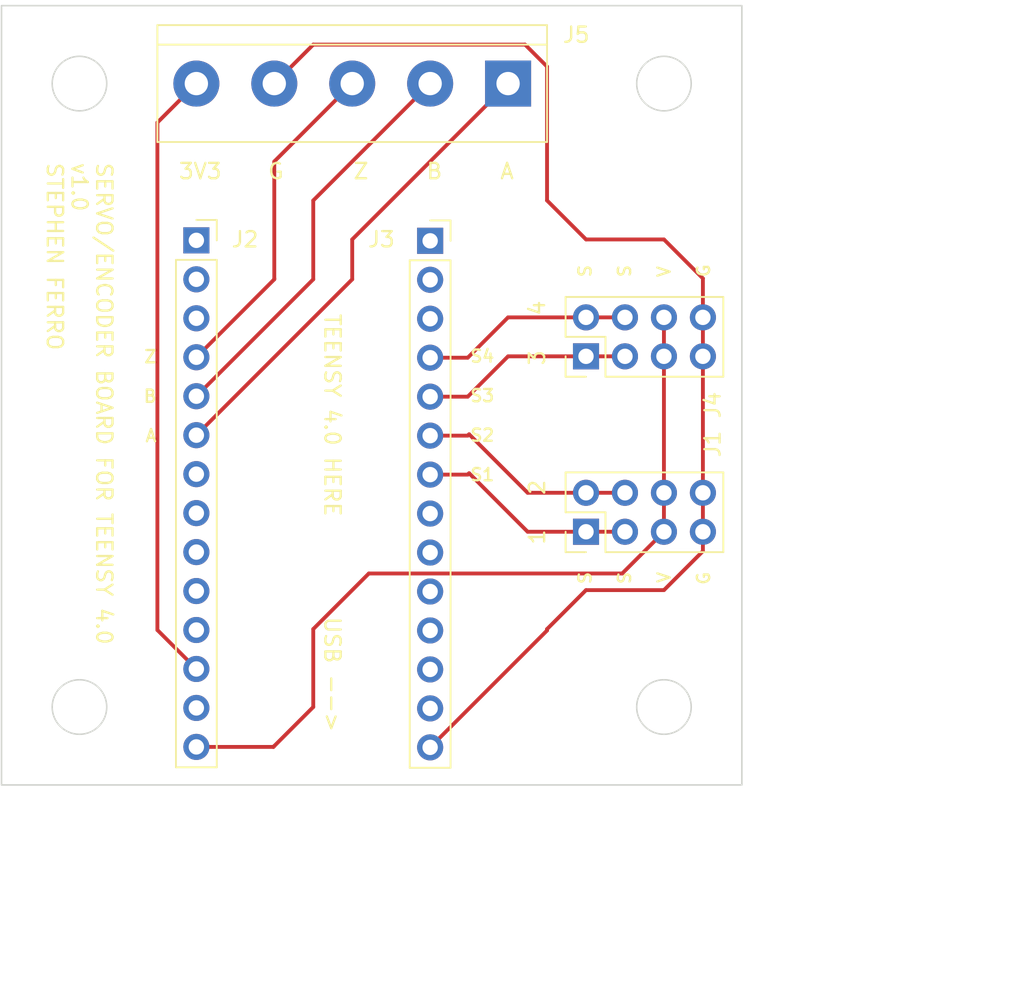
<source format=kicad_pcb>
(kicad_pcb (version 20211014) (generator pcbnew)
  (layers (0 "F.Cu" signal) (31 "B.Cu" signal) (34 "B.Paste" user) (35 "F.Paste" user) (36 "B.SilkS" user "B.Silkscreen") (37 "F.SilkS" user "F.Silkscreen") (38 "B.Mask" user) (39 "F.Mask" user) (44 "Edge.Cuts" user))
  (net 0 "")
  (net 4 "Net-(J2-Pad5)")
  (net 5 "Net-(J2-Pad6)")
  (net 15 "Net-(J4-Pad7)")
  (net 16 "Net-(J4-Pad5)")
  (net 17 "Net-(J1-Pad4)")
  (net 18 "Net-(J1-Pad3)")
  (net 19 "Net-(J2-Pad4)")
  (net 26 "Net-(J4-Pad4)")
  (net 27 "Net-(J4-Pad3)")
  (net 28 "Net-(J2-Pad12)")
  (footprint "Connector_PinHeader_2.54mm:PinHeader_2x04_P2.54mm_Vertical" (layer "F.Cu") (at 106.68 82.555 90)
    (fp_text reference "J1" (at 5.72 8.255 90) (layer "F.SilkS"))
    (fp_text value "Conn_02x04_Top_Bottom")
    (fp_line (start 1.27 1.27) (end 1.27 -1.33) (layer "F.SilkS") (width 0.12))
    (fp_line (start -1.33 1.27) (end 1.27 1.27) (layer "F.SilkS") (width 0.12))
    (fp_line (start 3.87 -1.33) (end 3.87 8.95) (layer "F.SilkS") (width 0.12))
    (fp_line (start 1.27 -1.33) (end 3.87 -1.33) (layer "F.SilkS") (width 0.12))
    (fp_line (start -1.33 -1.33) (end 0 -1.33) (layer "F.SilkS") (width 0.12))
    (fp_line (start -1.33 0) (end -1.33 -1.33) (layer "F.SilkS") (width 0.12))
    (fp_line (start -1.33 8.95) (end 3.87 8.95) (layer "F.SilkS") (width 0.12))
    (fp_line (start -1.33 1.27) (end -1.33 8.95) (layer "F.SilkS") (width 0.12))
    (pad "1" thru_hole rect (at 0 0 90) (size 1.7 1.7) (drill 1) (layers *.Cu *.Mask) (net 18 "Net-(J1-Pad3)"))
    (pad "2" thru_hole oval (at 2.54 0 90) (size 1.7 1.7) (drill 1) (layers *.Cu *.Mask) (net 17 "Net-(J1-Pad4)"))
    (pad "3" thru_hole oval (at 0 2.54 90) (size 1.7 1.7) (drill 1) (layers *.Cu *.Mask) (net 18 "Net-(J1-Pad3)"))
    (pad "4" thru_hole oval (at 2.54 2.54 90) (size 1.7 1.7) (drill 1) (layers *.Cu *.Mask) (net 17 "Net-(J1-Pad4)"))
    (pad "5" thru_hole oval (at 0 5.08 90) (size 1.7 1.7) (drill 1) (layers *.Cu *.Mask) (net 16 "Net-(J4-Pad5)"))
    (pad "6" thru_hole oval (at 2.54 5.08 90) (size 1.7 1.7) (drill 1) (layers *.Cu *.Mask) (net 16 "Net-(J4-Pad5)"))
    (pad "7" thru_hole oval (at 0 7.62 90) (size 1.7 1.7) (drill 1) (layers *.Cu *.Mask) (net 15 "Net-(J4-Pad7)"))
    (pad "8" thru_hole oval (at 2.54 7.62 90) (size 1.7 1.7) (drill 1) (layers *.Cu *.Mask) (net 15 "Net-(J4-Pad7)"))
  )
  (footprint "TerminalBlock:TerminalBlock_bornier-5_P5.08mm" (layer "F.Cu") (at 101.6 53.34 180)
    (fp_text reference "J5" (at -4.445 3.175) (layer "F.SilkS"))
    (fp_text value "Screw_Terminal_01x05")
    (fp_line (start -2.54 -3.81) (end -2.54 3.81) (layer "F.SilkS") (width 0.12))
    (fp_line (start 22.86 -3.81) (end 22.86 3.81) (layer "F.SilkS") (width 0.12))
    (fp_line (start -2.54 3.81) (end 22.86 3.81) (layer "F.SilkS") (width 0.12))
    (fp_line (start -2.54 2.54) (end 22.86 2.54) (layer "F.SilkS") (width 0.12))
    (fp_line (start -2.54 -3.81) (end 22.86 -3.81) (layer "F.SilkS") (width 0.12))
    (pad "1" thru_hole rect (at 0 0 180) (size 3 3) (drill 1.52) (layers *.Cu *.Mask) (net 5 "Net-(J2-Pad6)"))
    (pad "2" thru_hole circle (at 5.08 0 180) (size 3 3) (drill 1.52) (layers *.Cu *.Mask) (net 4 "Net-(J2-Pad5)"))
    (pad "3" thru_hole circle (at 10.16 0 180) (size 3 3) (drill 1.52) (layers *.Cu *.Mask) (net 19 "Net-(J2-Pad4)"))
    (pad "4" thru_hole circle (at 15.24 0 180) (size 3 3) (drill 1.52) (layers *.Cu *.Mask) (net 15 "Net-(J4-Pad7)"))
    (pad "5" thru_hole circle (at 20.32 0 180) (size 3 3) (drill 1.52) (layers *.Cu *.Mask) (net 28 "Net-(J2-Pad12)"))
  )
  (footprint "Connector_PinSocket_2.54mm:PinSocket_1x14_P2.54mm_Vertical" (layer "F.Cu") (at 81.28 63.56)
    (fp_text reference "J2" (at 3.175 -0.06) (layer "F.SilkS"))
    (fp_text value "Conn_01x14")
    (fp_line (start 1.33 -1.33) (end 1.33 0) (layer "F.SilkS") (width 0.12))
    (fp_line (start -1.33 34.35) (end 1.33 34.35) (layer "F.SilkS") (width 0.12))
    (fp_line (start 1.33 1.27) (end 1.33 34.35) (layer "F.SilkS") (width 0.12))
    (fp_line (start 0 -1.33) (end 1.33 -1.33) (layer "F.SilkS") (width 0.12))
    (fp_line (start -1.33 1.27) (end -1.33 34.35) (layer "F.SilkS") (width 0.12))
    (fp_line (start -1.33 1.27) (end 1.33 1.27) (layer "F.SilkS") (width 0.12))
    (pad "1" thru_hole rect (at 0 0) (size 1.7 1.7) (drill 1) (layers *.Cu *.Mask))
    (pad "2" thru_hole oval (at 0 2.54) (size 1.7 1.7) (drill 1) (layers *.Cu *.Mask))
    (pad "3" thru_hole oval (at 0 5.08) (size 1.7 1.7) (drill 1) (layers *.Cu *.Mask))
    (pad "4" thru_hole oval (at 0 7.62) (size 1.7 1.7) (drill 1) (layers *.Cu *.Mask) (net 19 "Net-(J2-Pad4)"))
    (pad "5" thru_hole oval (at 0 10.16) (size 1.7 1.7) (drill 1) (layers *.Cu *.Mask) (net 4 "Net-(J2-Pad5)"))
    (pad "6" thru_hole oval (at 0 12.7) (size 1.7 1.7) (drill 1) (layers *.Cu *.Mask) (net 5 "Net-(J2-Pad6)"))
    (pad "7" thru_hole oval (at 0 15.24) (size 1.7 1.7) (drill 1) (layers *.Cu *.Mask))
    (pad "8" thru_hole oval (at 0 17.78) (size 1.7 1.7) (drill 1) (layers *.Cu *.Mask))
    (pad "9" thru_hole oval (at 0 20.32) (size 1.7 1.7) (drill 1) (layers *.Cu *.Mask))
    (pad "10" thru_hole oval (at 0 22.86) (size 1.7 1.7) (drill 1) (layers *.Cu *.Mask))
    (pad "11" thru_hole oval (at 0 25.4) (size 1.7 1.7) (drill 1) (layers *.Cu *.Mask))
    (pad "12" thru_hole oval (at 0 27.94) (size 1.7 1.7) (drill 1) (layers *.Cu *.Mask) (net 28 "Net-(J2-Pad12)"))
    (pad "13" thru_hole oval (at 0 30.48) (size 1.7 1.7) (drill 1) (layers *.Cu *.Mask))
    (pad "14" thru_hole oval (at 0 33.02) (size 1.7 1.7) (drill 1) (layers *.Cu *.Mask) (net 16 "Net-(J4-Pad5)"))
  )
  (footprint "Connector_PinHeader_2.54mm:PinHeader_2x04_P2.54mm_Vertical" (layer "F.Cu") (at 106.68 71.12 90)
    (fp_text reference "J4" (at -3.175 8.255 90) (layer "F.SilkS"))
    (fp_text value "Conn_02x04_Top_Bottom")
    (fp_line (start -1.33 1.27) (end 1.27 1.27) (layer "F.SilkS") (width 0.12))
    (fp_line (start 1.27 1.27) (end 1.27 -1.33) (layer "F.SilkS") (width 0.12))
    (fp_line (start -1.33 8.95) (end 3.87 8.95) (layer "F.SilkS") (width 0.12))
    (fp_line (start -1.33 1.27) (end -1.33 8.95) (layer "F.SilkS") (width 0.12))
    (fp_line (start -1.33 0) (end -1.33 -1.33) (layer "F.SilkS") (width 0.12))
    (fp_line (start 3.87 -1.33) (end 3.87 8.95) (layer "F.SilkS") (width 0.12))
    (fp_line (start 1.27 -1.33) (end 3.87 -1.33) (layer "F.SilkS") (width 0.12))
    (fp_line (start -1.33 -1.33) (end 0 -1.33) (layer "F.SilkS") (width 0.12))
    (pad "1" thru_hole rect (at 0 0 90) (size 1.7 1.7) (drill 1) (layers *.Cu *.Mask) (net 27 "Net-(J4-Pad3)"))
    (pad "2" thru_hole oval (at 2.54 0 90) (size 1.7 1.7) (drill 1) (layers *.Cu *.Mask) (net 26 "Net-(J4-Pad4)"))
    (pad "3" thru_hole oval (at 0 2.54 90) (size 1.7 1.7) (drill 1) (layers *.Cu *.Mask) (net 27 "Net-(J4-Pad3)"))
    (pad "4" thru_hole oval (at 2.54 2.54 90) (size 1.7 1.7) (drill 1) (layers *.Cu *.Mask) (net 26 "Net-(J4-Pad4)"))
    (pad "5" thru_hole oval (at 0 5.08 90) (size 1.7 1.7) (drill 1) (layers *.Cu *.Mask) (net 16 "Net-(J4-Pad5)"))
    (pad "6" thru_hole oval (at 2.54 5.08 90) (size 1.7 1.7) (drill 1) (layers *.Cu *.Mask) (net 16 "Net-(J4-Pad5)"))
    (pad "7" thru_hole oval (at 0 7.62 90) (size 1.7 1.7) (drill 1) (layers *.Cu *.Mask) (net 15 "Net-(J4-Pad7)"))
    (pad "8" thru_hole oval (at 2.54 7.62 90) (size 1.7 1.7) (drill 1) (layers *.Cu *.Mask) (net 15 "Net-(J4-Pad7)"))
  )
  (footprint "Connector_PinSocket_2.54mm:PinSocket_1x14_P2.54mm_Vertical" (layer "F.Cu") (at 96.52 63.59)
    (fp_text reference "J3" (at -3.175 -0.09) (layer "F.SilkS"))
    (fp_text value "Conn_01x14")
    (fp_line (start 1.33 1.27) (end 1.33 34.35) (layer "F.SilkS") (width 0.12))
    (fp_line (start -1.33 34.35) (end 1.33 34.35) (layer "F.SilkS") (width 0.12))
    (fp_line (start -1.33 1.27) (end 1.33 1.27) (layer "F.SilkS") (width 0.12))
    (fp_line (start -1.33 1.27) (end -1.33 34.35) (layer "F.SilkS") (width 0.12))
    (fp_line (start 1.33 -1.33) (end 1.33 0) (layer "F.SilkS") (width 0.12))
    (fp_line (start 0 -1.33) (end 1.33 -1.33) (layer "F.SilkS") (width 0.12))
    (pad "1" thru_hole rect (at 0 0) (size 1.7 1.7) (drill 1) (layers *.Cu *.Mask))
    (pad "2" thru_hole oval (at 0 2.54) (size 1.7 1.7) (drill 1) (layers *.Cu *.Mask))
    (pad "3" thru_hole oval (at 0 5.08) (size 1.7 1.7) (drill 1) (layers *.Cu *.Mask))
    (pad "4" thru_hole oval (at 0 7.62) (size 1.7 1.7) (drill 1) (layers *.Cu *.Mask) (net 26 "Net-(J4-Pad4)"))
    (pad "5" thru_hole oval (at 0 10.16) (size 1.7 1.7) (drill 1) (layers *.Cu *.Mask) (net 27 "Net-(J4-Pad3)"))
    (pad "6" thru_hole oval (at 0 12.7) (size 1.7 1.7) (drill 1) (layers *.Cu *.Mask) (net 17 "Net-(J1-Pad4)"))
    (pad "7" thru_hole oval (at 0 15.24) (size 1.7 1.7) (drill 1) (layers *.Cu *.Mask) (net 18 "Net-(J1-Pad3)"))
    (pad "8" thru_hole oval (at 0 17.78) (size 1.7 1.7) (drill 1) (layers *.Cu *.Mask))
    (pad "9" thru_hole oval (at 0 20.32) (size 1.7 1.7) (drill 1) (layers *.Cu *.Mask))
    (pad "10" thru_hole oval (at 0 22.86) (size 1.7 1.7) (drill 1) (layers *.Cu *.Mask))
    (pad "11" thru_hole oval (at 0 25.4) (size 1.7 1.7) (drill 1) (layers *.Cu *.Mask))
    (pad "12" thru_hole oval (at 0 27.94) (size 1.7 1.7) (drill 1) (layers *.Cu *.Mask))
    (pad "13" thru_hole oval (at 0 30.48) (size 1.7 1.7) (drill 1) (layers *.Cu *.Mask))
    (pad "14" thru_hole oval (at 0 33.02) (size 1.7 1.7) (drill 1) (layers *.Cu *.Mask) (net 15 "Net-(J4-Pad7)"))
  )
  (gr_circle (center 73.66 53.34) (end 73.66 51.562) (layer "Edge.Cuts") (width 0.1) (fill none))
  (gr_circle (center 73.66 93.98) (end 73.66 95.758) (layer "Edge.Cuts") (width 0.1) (fill none))
  (gr_circle (center 111.76 93.98) (end 111.76 95.758) (layer "Edge.Cuts") (width 0.1) (fill none))
  (gr_rect (start 68.58 48.26) (end 116.84 99.06) (layer "Edge.Cuts") (width 0.1) (fill none))
  (gr_circle (center 111.76 53.34) (end 111.76 51.562) (layer "Edge.Cuts") (width 0.1) (fill none))
  (gr_text "    3   4" (at 103.495 71.12 90) (layer "F.SilkS") (effects (font (size 1 1))))
  (gr_text "1   2" (at 103.495 81.28 90) (layer "F.SilkS") (effects (font (size 1 1))))
  (gr_text "\nS4\n\nS3\n\nS2\n\nS1\n\n\n\n" (at 99.06 76.26) (layer "F.SilkS") (effects (font (size 0.8 0.8)) (justify left)))
  (gr_text "\nZ\n\nB\n\nA\n\n" (at 78.765 73.72) (layer "F.SilkS") (effects (font (size 0.8 0.8)) (justify right)))
  (gr_text "SERVO/ENCODER BOARD FOR TEENSY 4.0\nv1.0\nSTEPHEN FERRO" (at 73.66 58.42 -90) (layer "F.SilkS") (effects (font (size 1 1)) (justify left)))
  (gr_text "3V3    G      Z     B     A " (at 91.44 59.055) (layer "F.SilkS") (effects (font (size 1 1))))
  (gr_text "S\n\nS\n\nV\n\nG" (at 110.48 85.09 90) (layer "F.SilkS") (effects (font (size 0.8 0.8)) (justify right)))
  (gr_text "S\n\nS\n\nV\n\nG" (at 110.48 66.04 90) (layer "F.SilkS") (effects (font (size 0.8 0.8)) (justify left)))
  (gr_text "TEENSY 4.0 HERE		USB -->" (at 90.145 81.975 -90) (layer "F.SilkS") (effects (font (size 1 1))))
  (segment (start 88.9 66.1) (end 81.28 73.72) (width 0.25) (layer "F.Cu") (net 4))
  (segment (start 88.9 60.96) (end 88.9 66.1) (width 0.25) (layer "F.Cu") (net 4))
  (segment (start 96.52 53.34) (end 88.9 60.96) (width 0.25) (layer "F.Cu") (net 4))
  (segment (start 91.44 66.1) (end 81.28 76.26) (width 0.25) (layer "F.Cu") (net 5))
  (segment (start 101.6 53.34) (end 91.44 63.5) (width 0.25) (layer "F.Cu") (net 5))
  (segment (start 91.44 63.5) (end 91.44 66.1) (width 0.25) (layer "F.Cu") (net 5))
  (segment (start 114.3 68.58) (end 114.3 71.12) (width 0.25) (layer "F.Cu") (net 15))
  (segment (start 104.14 88.9) (end 106.68 86.36) (width 0.25) (layer "F.Cu") (net 15))
  (segment (start 111.76 63.5) (end 114.3 66.04) (width 0.25) (layer "F.Cu") (net 15))
  (segment (start 88.9 50.8) (end 102.709022 50.8) (width 0.25) (layer "F.Cu") (net 15))
  (segment (start 86.36 53.34) (end 88.9 50.8) (width 0.25) (layer "F.Cu") (net 15))
  (segment (start 114.3 83.82) (end 114.3 82.555) (width 0.25) (layer "F.Cu") (net 15))
  (segment (start 114.3 82.555) (end 114.3 80.015) (width 0.25) (layer "F.Cu") (net 15))
  (segment (start 104.14 88.99) (end 104.14 88.9) (width 0.25) (layer "F.Cu") (net 15))
  (segment (start 106.68 86.36) (end 111.76 86.36) (width 0.25) (layer "F.Cu") (net 15))
  (segment (start 111.76 86.36) (end 114.3 83.82) (width 0.25) (layer "F.Cu") (net 15))
  (segment (start 102.709022 50.8) (end 104.14 52.230978) (width 0.25) (layer "F.Cu") (net 15))
  (segment (start 106.68 63.5) (end 111.76 63.5) (width 0.25) (layer "F.Cu") (net 15))
  (segment (start 114.3 80.015) (end 114.3 71.12) (width 0.25) (layer "F.Cu") (net 15))
  (segment (start 104.14 52.230978) (end 104.14 60.96) (width 0.25) (layer "F.Cu") (net 15))
  (segment (start 104.14 60.96) (end 106.68 63.5) (width 0.25) (layer "F.Cu") (net 15))
  (segment (start 114.3 66.04) (end 114.3 68.58) (width 0.25) (layer "F.Cu") (net 15))
  (segment (start 96.52 96.61) (end 104.14 88.99) (width 0.25) (layer "F.Cu") (net 15))
  (segment (start 81.28 96.58) (end 86.3 96.58) (width 0.25) (layer "F.Cu") (net 16))
  (segment (start 111.76 80.015) (end 111.76 71.12) (width 0.25) (layer "F.Cu") (net 16))
  (segment (start 111.76 71.12) (end 111.76 68.58) (width 0.25) (layer "F.Cu") (net 16))
  (segment (start 111.76 82.555) (end 111.76 80.015) (width 0.25) (layer "F.Cu") (net 16))
  (segment (start 111.76 82.555) (end 109.039511 85.275489) (width 0.25) (layer "F.Cu") (net 16))
  (segment (start 86.3 96.58) (end 86.36 96.52) (width 0.25) (layer "F.Cu") (net 16))
  (segment (start 92.524511 85.275489) (end 88.9 88.9) (width 0.25) (layer "F.Cu") (net 16))
  (segment (start 88.9 88.9) (end 88.9 93.98) (width 0.25) (layer "F.Cu") (net 16))
  (segment (start 88.9 93.98) (end 86.3 96.58) (width 0.25) (layer "F.Cu") (net 16))
  (segment (start 109.039511 85.275489) (end 92.524511 85.275489) (width 0.25) (layer "F.Cu") (net 16))
  (segment (start 102.875 80.015) (end 99.06 76.2) (width 0.25) (layer "F.Cu") (net 17))
  (segment (start 109.22 80.015) (end 106.68 80.015) (width 0.25) (layer "F.Cu") (net 17))
  (segment (start 99.06 76.2) (end 98.97 76.29) (width 0.25) (layer "F.Cu") (net 17))
  (segment (start 98.97 76.29) (end 96.52 76.29) (width 0.25) (layer "F.Cu") (net 17))
  (segment (start 106.68 80.015) (end 102.875 80.015) (width 0.25) (layer "F.Cu") (net 17))
  (segment (start 102.875 82.555) (end 99.06 78.74) (width 0.25) (layer "F.Cu") (net 18))
  (segment (start 99.06 78.74) (end 98.97 78.83) (width 0.25) (layer "F.Cu") (net 18))
  (segment (start 106.68 82.555) (end 102.875 82.555) (width 0.25) (layer "F.Cu") (net 18))
  (segment (start 98.97 78.83) (end 96.52 78.83) (width 0.25) (layer "F.Cu") (net 18))
  (segment (start 109.22 82.555) (end 106.68 82.555) (width 0.25) (layer "F.Cu") (net 18))
  (segment (start 86.36 58.42) (end 86.36 66.04) (width 0.25) (layer "F.Cu") (net 19))
  (segment (start 86.36 66.1) (end 86.36 66.04) (width 0.25) (layer "F.Cu") (net 19))
  (segment (start 91.44 53.34) (end 86.36 58.42) (width 0.25) (layer "F.Cu") (net 19))
  (segment (start 81.28 71.18) (end 86.36 66.1) (width 0.25) (layer "F.Cu") (net 19))
  (segment (start 98.97 71.21) (end 96.52 71.21) (width 0.25) (layer "F.Cu") (net 26))
  (segment (start 109.22 68.58) (end 106.68 68.58) (width 0.25) (layer "F.Cu") (net 26))
  (segment (start 101.6 68.58) (end 98.97 71.21) (width 0.25) (layer "F.Cu") (net 26))
  (segment (start 106.68 68.58) (end 101.6 68.58) (width 0.25) (layer "F.Cu") (net 26))
  (segment (start 101.6 71.12) (end 98.97 73.75) (width 0.25) (layer "F.Cu") (net 27))
  (segment (start 109.22 71.12) (end 106.68 71.12) (width 0.25) (layer "F.Cu") (net 27))
  (segment (start 98.97 73.75) (end 96.52 73.75) (width 0.25) (layer "F.Cu") (net 27))
  (segment (start 106.68 71.12) (end 101.6 71.12) (width 0.25) (layer "F.Cu") (net 27))
  (segment (start 78.74 88.96) (end 81.28 91.5) (width 0.25) (layer "F.Cu") (net 28))
  (segment (start 78.74 55.88) (end 78.74 88.96) (width 0.25) (layer "F.Cu") (net 28))
  (segment (start 81.28 53.34) (end 78.74 55.88) (width 0.25) (layer "F.Cu") (net 28))
)
</source>
